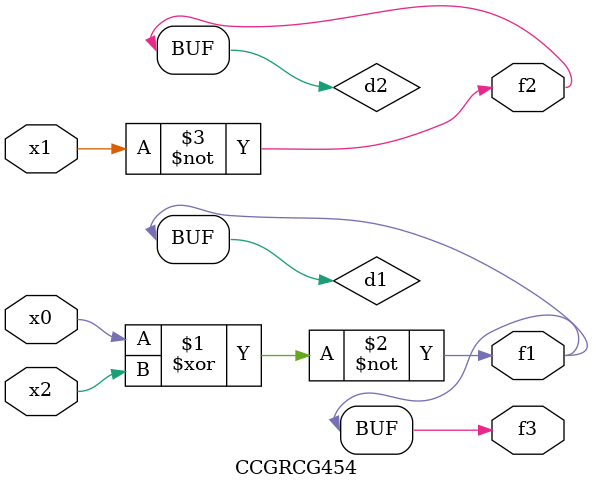
<source format=v>
module CCGRCG454(
	input x0, x1, x2,
	output f1, f2, f3
);

	wire d1, d2, d3;

	xnor (d1, x0, x2);
	nand (d2, x1);
	nor (d3, x1, x2);
	assign f1 = d1;
	assign f2 = d2;
	assign f3 = d1;
endmodule

</source>
